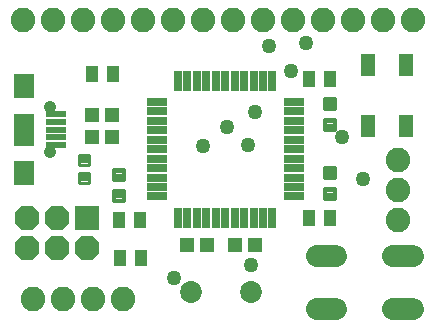
<source format=gts>
G75*
%MOIN*%
%OFA0B0*%
%FSLAX25Y25*%
%IPPOS*%
%LPD*%
%AMOC8*
5,1,8,0,0,1.08239X$1,22.5*
%
%ADD10C,0.01421*%
%ADD11R,0.08200X0.08200*%
%ADD12OC8,0.08200*%
%ADD13R,0.06509X0.02375*%
%ADD14C,0.04146*%
%ADD15R,0.06693X0.07874*%
%ADD16R,0.06693X0.10630*%
%ADD17R,0.03950X0.05524*%
%ADD18C,0.07200*%
%ADD19R,0.06706X0.02769*%
%ADD20R,0.02769X0.06706*%
%ADD21C,0.01075*%
%ADD22R,0.05131X0.04737*%
%ADD23R,0.04737X0.07300*%
%ADD24C,0.07300*%
%ADD25C,0.08200*%
%ADD26C,0.04965*%
D10*
X0051188Y0045689D02*
X0054504Y0045689D01*
X0051188Y0045689D02*
X0051188Y0049005D01*
X0054504Y0049005D01*
X0054504Y0045689D01*
X0054504Y0047109D02*
X0051188Y0047109D01*
X0051188Y0048529D02*
X0054504Y0048529D01*
X0054504Y0052595D02*
X0051188Y0052595D01*
X0051188Y0055911D01*
X0054504Y0055911D01*
X0054504Y0052595D01*
X0054504Y0054015D02*
X0051188Y0054015D01*
X0051188Y0055435D02*
X0054504Y0055435D01*
X0121688Y0053095D02*
X0125004Y0053095D01*
X0121688Y0053095D02*
X0121688Y0056411D01*
X0125004Y0056411D01*
X0125004Y0053095D01*
X0125004Y0054515D02*
X0121688Y0054515D01*
X0121688Y0055935D02*
X0125004Y0055935D01*
X0125004Y0046189D02*
X0121688Y0046189D01*
X0121688Y0049505D01*
X0125004Y0049505D01*
X0125004Y0046189D01*
X0125004Y0047609D02*
X0121688Y0047609D01*
X0121688Y0049029D02*
X0125004Y0049029D01*
X0125004Y0072505D02*
X0121688Y0072505D01*
X0125004Y0072505D02*
X0125004Y0069189D01*
X0121688Y0069189D01*
X0121688Y0072505D01*
X0121688Y0070609D02*
X0125004Y0070609D01*
X0125004Y0072029D02*
X0121688Y0072029D01*
X0121688Y0079411D02*
X0125004Y0079411D01*
X0125004Y0076095D01*
X0121688Y0076095D01*
X0121688Y0079411D01*
X0121688Y0077515D02*
X0125004Y0077515D01*
X0125004Y0078935D02*
X0121688Y0078935D01*
D11*
X0042346Y0039800D03*
D12*
X0032346Y0039800D03*
X0022346Y0039800D03*
X0022346Y0029800D03*
X0032346Y0029800D03*
X0042346Y0029800D03*
D13*
X0032075Y0064182D03*
X0032075Y0066741D03*
X0032075Y0069300D03*
X0032075Y0071859D03*
X0032075Y0074418D03*
D14*
X0030008Y0076780D03*
X0030008Y0061820D03*
D15*
X0021346Y0054796D03*
X0021346Y0083804D03*
D16*
X0021346Y0069300D03*
D17*
X0043803Y0087800D03*
X0050890Y0087800D03*
X0116178Y0086300D03*
X0123265Y0086300D03*
X0123265Y0039800D03*
X0116178Y0039800D03*
X0060015Y0039300D03*
X0052928Y0039300D03*
X0053303Y0026675D03*
X0060390Y0026675D03*
D18*
X0118846Y0027200D02*
X0125246Y0027200D01*
X0144446Y0027200D02*
X0150846Y0027200D01*
X0150846Y0009400D02*
X0144446Y0009400D01*
X0125246Y0009400D02*
X0118846Y0009400D01*
D19*
X0111181Y0047052D03*
X0111181Y0050202D03*
X0111181Y0053351D03*
X0111181Y0056501D03*
X0111181Y0059650D03*
X0111181Y0062800D03*
X0111181Y0065950D03*
X0111181Y0069099D03*
X0111181Y0072249D03*
X0111181Y0075398D03*
X0111181Y0078548D03*
X0065512Y0078548D03*
X0065512Y0075398D03*
X0065512Y0072249D03*
X0065512Y0069099D03*
X0065512Y0065950D03*
X0065512Y0062800D03*
X0065512Y0059650D03*
X0065512Y0056501D03*
X0065512Y0053351D03*
X0065512Y0050202D03*
X0065512Y0047052D03*
D20*
X0072598Y0039965D03*
X0075748Y0039965D03*
X0078898Y0039965D03*
X0082047Y0039965D03*
X0085197Y0039965D03*
X0088346Y0039965D03*
X0091496Y0039965D03*
X0094646Y0039965D03*
X0097795Y0039965D03*
X0100945Y0039965D03*
X0104094Y0039965D03*
X0104094Y0085635D03*
X0100945Y0085635D03*
X0097795Y0085635D03*
X0094646Y0085635D03*
X0091496Y0085635D03*
X0088346Y0085635D03*
X0085197Y0085635D03*
X0082047Y0085635D03*
X0078898Y0085635D03*
X0075748Y0085635D03*
X0072598Y0085635D03*
D21*
X0039733Y0060913D02*
X0039733Y0057687D01*
X0039733Y0060913D02*
X0042959Y0060913D01*
X0042959Y0057687D01*
X0039733Y0057687D01*
X0039733Y0058761D02*
X0042959Y0058761D01*
X0042959Y0059835D02*
X0039733Y0059835D01*
X0039733Y0060909D02*
X0042959Y0060909D01*
X0039733Y0054913D02*
X0039733Y0051687D01*
X0039733Y0054913D02*
X0042959Y0054913D01*
X0042959Y0051687D01*
X0039733Y0051687D01*
X0039733Y0052761D02*
X0042959Y0052761D01*
X0042959Y0053835D02*
X0039733Y0053835D01*
X0039733Y0054909D02*
X0042959Y0054909D01*
D22*
X0044000Y0066800D03*
X0050693Y0066800D03*
X0050693Y0074300D03*
X0044000Y0074300D03*
X0075500Y0030800D03*
X0082193Y0030800D03*
X0091500Y0030800D03*
X0098193Y0030800D03*
D23*
X0136047Y0070654D03*
X0148646Y0070654D03*
X0148646Y0090946D03*
X0136047Y0090946D03*
D24*
X0096846Y0015300D03*
X0076846Y0015300D03*
D25*
X0024346Y0012800D03*
X0034346Y0012800D03*
X0044346Y0012800D03*
X0054346Y0012800D03*
X0145846Y0039300D03*
X0145846Y0049300D03*
X0145846Y0059300D03*
X0140846Y0105800D03*
X0150846Y0105800D03*
X0130846Y0105800D03*
X0120846Y0105800D03*
X0110846Y0105800D03*
X0100846Y0105800D03*
X0090846Y0105800D03*
X0080846Y0105800D03*
X0070846Y0105800D03*
X0060846Y0105800D03*
X0050846Y0105800D03*
X0040846Y0105800D03*
X0030846Y0105800D03*
X0020846Y0105800D03*
D26*
X0080846Y0063800D03*
X0088846Y0070300D03*
X0095846Y0064300D03*
X0098346Y0075300D03*
X0110346Y0088800D03*
X0102846Y0097300D03*
X0115346Y0098300D03*
X0127346Y0066800D03*
X0134346Y0052800D03*
X0096846Y0024300D03*
X0071346Y0019800D03*
M02*

</source>
